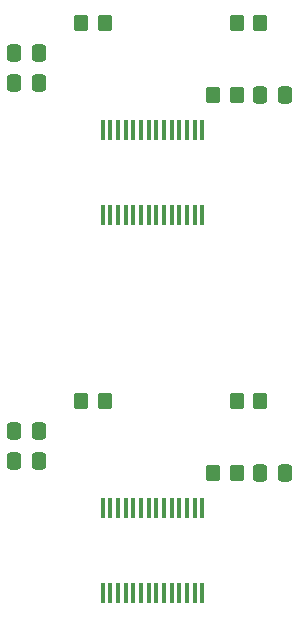
<source format=gbr>
%TF.GenerationSoftware,KiCad,Pcbnew,8.0.4*%
%TF.CreationDate,2024-08-18T00:19:52+02:00*%
%TF.ProjectId,untitled,756e7469-746c-4656-942e-6b696361645f,rev?*%
%TF.SameCoordinates,Original*%
%TF.FileFunction,Paste,Top*%
%TF.FilePolarity,Positive*%
%FSLAX46Y46*%
G04 Gerber Fmt 4.6, Leading zero omitted, Abs format (unit mm)*
G04 Created by KiCad (PCBNEW 8.0.4) date 2024-08-18 00:19:52*
%MOMM*%
%LPD*%
G01*
G04 APERTURE LIST*
G04 Aperture macros list*
%AMRoundRect*
0 Rectangle with rounded corners*
0 $1 Rounding radius*
0 $2 $3 $4 $5 $6 $7 $8 $9 X,Y pos of 4 corners*
0 Add a 4 corners polygon primitive as box body*
4,1,4,$2,$3,$4,$5,$6,$7,$8,$9,$2,$3,0*
0 Add four circle primitives for the rounded corners*
1,1,$1+$1,$2,$3*
1,1,$1+$1,$4,$5*
1,1,$1+$1,$6,$7*
1,1,$1+$1,$8,$9*
0 Add four rect primitives between the rounded corners*
20,1,$1+$1,$2,$3,$4,$5,0*
20,1,$1+$1,$4,$5,$6,$7,0*
20,1,$1+$1,$6,$7,$8,$9,0*
20,1,$1+$1,$8,$9,$2,$3,0*%
G04 Aperture macros list end*
%ADD10RoundRect,0.250000X-0.350000X-0.450000X0.350000X-0.450000X0.350000X0.450000X-0.350000X0.450000X0*%
%ADD11RoundRect,0.250000X0.350000X0.450000X-0.350000X0.450000X-0.350000X-0.450000X0.350000X-0.450000X0*%
%ADD12R,0.450000X1.750000*%
%ADD13RoundRect,0.250000X-0.337500X-0.475000X0.337500X-0.475000X0.337500X0.475000X-0.337500X0.475000X0*%
G04 APERTURE END LIST*
D10*
%TO.C,R2*%
X141940000Y-61540500D03*
X143940000Y-61540500D03*
%TD*%
D11*
%TO.C,R1*%
X155116000Y-35636500D03*
X153116000Y-35636500D03*
%TD*%
D12*
%TO.C,U1*%
X143779000Y-77796500D03*
X144429000Y-77796500D03*
X145079000Y-77796500D03*
X145729000Y-77796500D03*
X146379000Y-77796500D03*
X147029000Y-77796500D03*
X147679000Y-77796500D03*
X148329000Y-77796500D03*
X148979000Y-77796500D03*
X149629000Y-77796500D03*
X150279000Y-77796500D03*
X150929000Y-77796500D03*
X151579000Y-77796500D03*
X152229000Y-77796500D03*
X152229000Y-70596500D03*
X151579000Y-70596500D03*
X150929000Y-70596500D03*
X150279000Y-70596500D03*
X149629000Y-70596500D03*
X148979000Y-70596500D03*
X148329000Y-70596500D03*
X147679000Y-70596500D03*
X147029000Y-70596500D03*
X146379000Y-70596500D03*
X145729000Y-70596500D03*
X145079000Y-70596500D03*
X144429000Y-70596500D03*
X143779000Y-70596500D03*
%TD*%
D11*
%TO.C,R3*%
X157116000Y-29540500D03*
X155116000Y-29540500D03*
%TD*%
D10*
%TO.C,R2*%
X141940000Y-29540500D03*
X143940000Y-29540500D03*
%TD*%
D12*
%TO.C,U1*%
X143779000Y-45796500D03*
X144429000Y-45796500D03*
X145079000Y-45796500D03*
X145729000Y-45796500D03*
X146379000Y-45796500D03*
X147029000Y-45796500D03*
X147679000Y-45796500D03*
X148329000Y-45796500D03*
X148979000Y-45796500D03*
X149629000Y-45796500D03*
X150279000Y-45796500D03*
X150929000Y-45796500D03*
X151579000Y-45796500D03*
X152229000Y-45796500D03*
X152229000Y-38596500D03*
X151579000Y-38596500D03*
X150929000Y-38596500D03*
X150279000Y-38596500D03*
X149629000Y-38596500D03*
X148979000Y-38596500D03*
X148329000Y-38596500D03*
X147679000Y-38596500D03*
X147029000Y-38596500D03*
X146379000Y-38596500D03*
X145729000Y-38596500D03*
X145079000Y-38596500D03*
X144429000Y-38596500D03*
X143779000Y-38596500D03*
%TD*%
D13*
%TO.C,C8*%
X136277000Y-64118500D03*
X138352000Y-64118500D03*
%TD*%
%TO.C,C1*%
X157126500Y-67636500D03*
X159201500Y-67636500D03*
%TD*%
D11*
%TO.C,R1*%
X155116000Y-67636500D03*
X153116000Y-67636500D03*
%TD*%
D13*
%TO.C,C8*%
X136277000Y-32118500D03*
X138352000Y-32118500D03*
%TD*%
%TO.C,C9*%
X136277000Y-66620500D03*
X138352000Y-66620500D03*
%TD*%
%TO.C,C9*%
X136277000Y-34620500D03*
X138352000Y-34620500D03*
%TD*%
%TO.C,C1*%
X157126500Y-35636500D03*
X159201500Y-35636500D03*
%TD*%
D11*
%TO.C,R3*%
X157116000Y-61540500D03*
X155116000Y-61540500D03*
%TD*%
M02*

</source>
